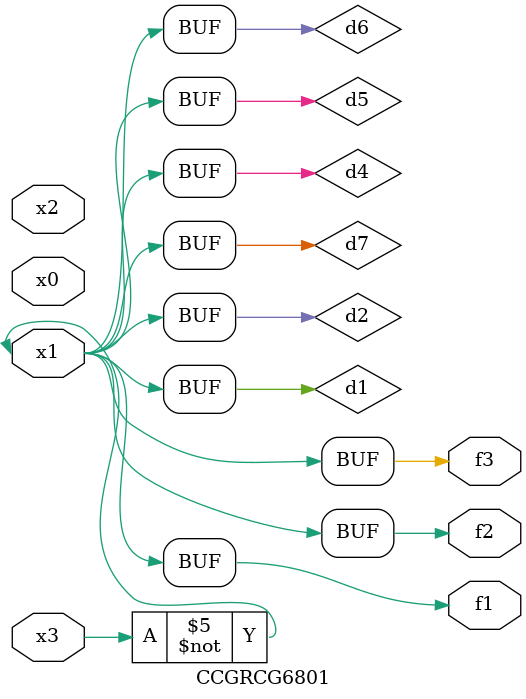
<source format=v>
module CCGRCG6801(
	input x0, x1, x2, x3,
	output f1, f2, f3
);

	wire d1, d2, d3, d4, d5, d6, d7;

	not (d1, x3);
	buf (d2, x1);
	xnor (d3, d1, d2);
	nor (d4, d1);
	buf (d5, d1, d2);
	buf (d6, d4, d5);
	nand (d7, d4);
	assign f1 = d6;
	assign f2 = d7;
	assign f3 = d6;
endmodule

</source>
